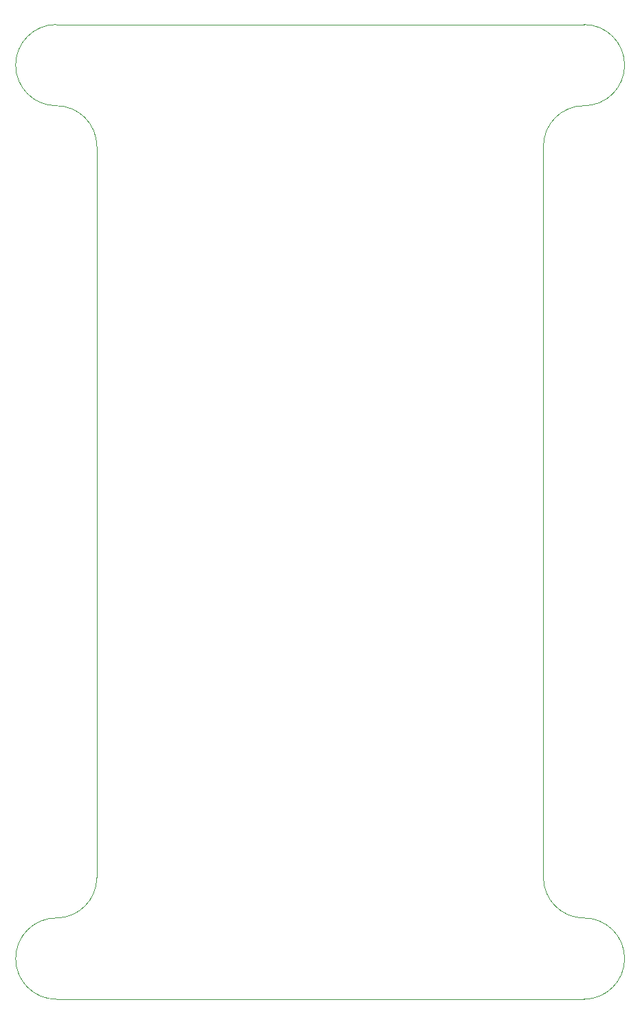
<source format=gbr>
%TF.GenerationSoftware,KiCad,Pcbnew,(5.99.0-2611-ga723fba70-dirty)*%
%TF.CreationDate,2020-08-14T04:19:11+02:00*%
%TF.ProjectId,rundtisch-nc,72756e64-7469-4736-9368-2d6e632e6b69,rev?*%
%TF.SameCoordinates,Original*%
%TF.FileFunction,Profile,NP*%
%FSLAX46Y46*%
G04 Gerber Fmt 4.6, Leading zero omitted, Abs format (unit mm)*
G04 Created by KiCad (PCBNEW (5.99.0-2611-ga723fba70-dirty)) date 2020-08-14 04:19:11*
%MOMM*%
%LPD*%
G01*
G04 APERTURE LIST*
%TA.AperFunction,Profile*%
%ADD10C,0.100000*%
%TD*%
G04 APERTURE END LIST*
D10*
X55000000Y-150000000D02*
G75*
G02*
X50000000Y-155000000I-5000000J0D01*
G01*
X50000000Y-155000000D02*
G75*
G03*
X50000000Y-165000000I0J-5000000D01*
G01*
X110000000Y-150000000D02*
G75*
G03*
X115000000Y-155000000I5000000J0D01*
G01*
X115000000Y-155000000D02*
G75*
G02*
X115000000Y-165000000I0J-5000000D01*
G01*
X55000000Y-60000000D02*
G75*
G03*
X50000000Y-55000000I-5000000J0D01*
G01*
X50000000Y-55000000D02*
G75*
G02*
X50000000Y-45000000I0J5000000D01*
G01*
X110000000Y-60000000D02*
G75*
G02*
X115000000Y-55000000I5000000J0D01*
G01*
X115000000Y-55000000D02*
G75*
G03*
X115000000Y-45000000I0J5000000D01*
G01*
X55000000Y-150000000D02*
X55000000Y-60000000D01*
X115000000Y-165000000D02*
X50000000Y-165000000D01*
X110000000Y-60000000D02*
X110000000Y-150000000D01*
X50000000Y-45000000D02*
X115000000Y-45000000D01*
M02*

</source>
